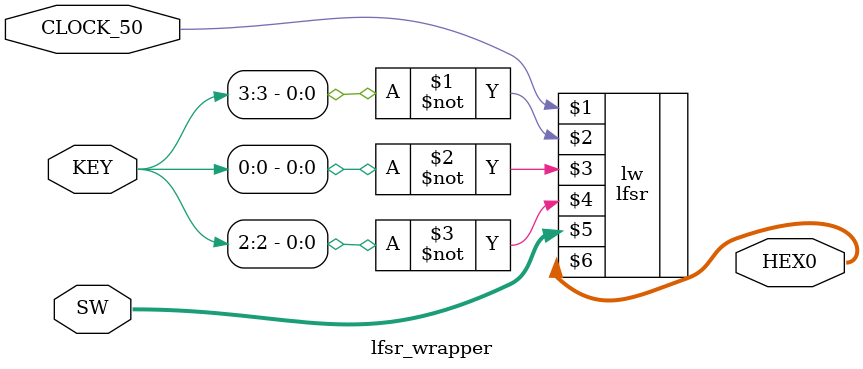
<source format=sv>
module lfsr_wrapper(input  logic CLOCK_50,
					input  logic [3:0] KEY, SW,
					output logic [6:0] HEX0);
		
	lfsr lw(CLOCK_50, ~KEY[3], ~KEY[0], ~KEY[2], SW[3:0], HEX0);

endmodule
</source>
